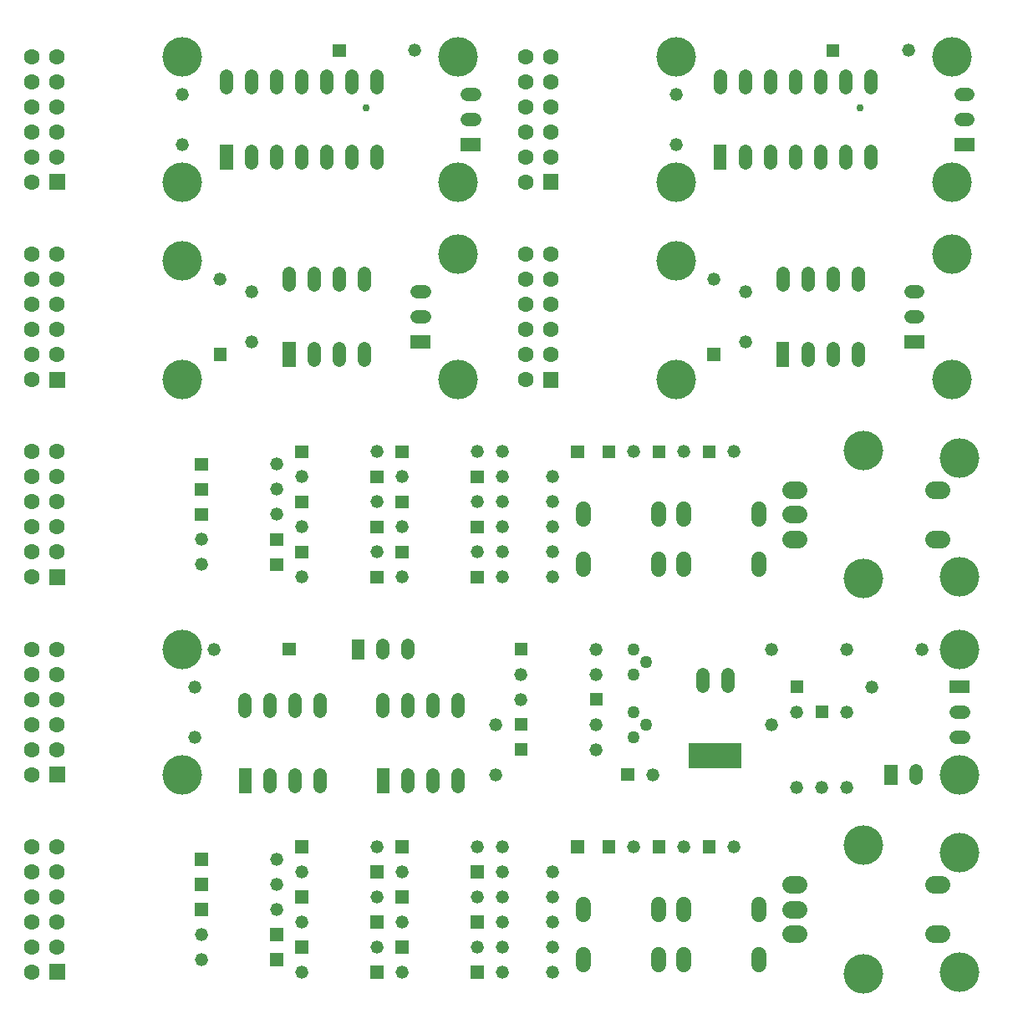
<source format=gts>
%FSLAX24Y24*%
%MOIN*%
%ADD10C,0.0300*%
%ADD11C,0.0500*%
%ADD12C,0.0520*%
%ADD13C,0.0600*%
%ADD14C,0.0630*%
%ADD15C,0.0700*%
%ADD16C,0.1575*%
D10*
G01X14331Y35946D03*
X34016Y35946D03*
D11*
G01X25000Y13374D03*
X25500Y13874D03*
X25000Y14374D03*
X25000Y10874D03*
X25500Y11374D03*
X25000Y11874D03*
D12*
G01X10750Y4000D03*
X10750Y5000D03*
X21750Y4500D03*
X19750Y4500D03*
X18750Y4500D03*
X15750Y3500D03*
X21750Y1500D03*
X19750Y1500D03*
X15750Y1500D03*
X7750Y2000D03*
X18750Y2500D03*
X14750Y2500D03*
X11750Y1500D03*
X21750Y2500D03*
X19750Y2500D03*
X27000Y6500D03*
X18750Y6500D03*
X25000Y6500D03*
X10750Y6000D03*
X29000Y6500D03*
X14750Y6500D03*
X14750Y4500D03*
X21750Y5500D03*
X19750Y5500D03*
X7750Y3000D03*
X21750Y3500D03*
X19750Y3500D03*
X19750Y6500D03*
X11750Y3500D03*
X15750Y5500D03*
X11750Y5500D03*
X23500Y14374D03*
X23500Y13374D03*
X20500Y13374D03*
X27750Y13364D02*
X27750Y12884D01*
X28750Y13364D02*
X28750Y12884D01*
X20500Y12374D03*
X23500Y10374D03*
X23500Y11374D03*
X25750Y9374D03*
X33500Y11874D03*
X33500Y8874D03*
X32500Y8874D03*
X34500Y12874D03*
X30500Y11374D03*
X30500Y14374D03*
X31500Y8874D03*
X31500Y11874D03*
X36500Y14374D03*
X33500Y14374D03*
X38140Y11874D02*
X37860Y11874D01*
X38140Y10874D02*
X37860Y10874D01*
X36250Y9514D02*
X36250Y9234D01*
X16000Y9364D02*
X16000Y8884D01*
X17000Y9364D02*
X17000Y8884D01*
X16000Y12364D02*
X16000Y11884D01*
X17000Y12364D02*
X17000Y11884D01*
X18000Y12364D02*
X18000Y11884D01*
X15000Y12364D02*
X15000Y11884D01*
X18000Y9364D02*
X18000Y8884D01*
X19500Y11374D03*
X19500Y9374D03*
X10500Y12364D02*
X10500Y11884D01*
X11500Y9364D02*
X11500Y8884D01*
X11500Y12364D02*
X11500Y11884D01*
X12500Y9364D02*
X12500Y8884D01*
X10500Y9364D02*
X10500Y8884D01*
X12500Y12364D02*
X12500Y11884D01*
X9500Y12364D02*
X9500Y11884D01*
X7500Y12874D03*
X7500Y10874D03*
X15000Y14514D02*
X15000Y14234D01*
X16000Y14514D02*
X16000Y14234D01*
X8250Y14374D03*
X10750Y19748D03*
X10750Y20748D03*
X21750Y20248D03*
X19750Y20248D03*
X18750Y20248D03*
X15750Y19248D03*
X21750Y17248D03*
X19750Y17248D03*
X15750Y17248D03*
X7750Y17748D03*
X18750Y18248D03*
X14750Y18248D03*
X11750Y17248D03*
X21750Y18248D03*
X19750Y18248D03*
X27000Y22248D03*
X18750Y22248D03*
X25000Y22248D03*
X10750Y21748D03*
X29000Y22248D03*
X14750Y22248D03*
X14750Y20248D03*
X21750Y21248D03*
X19750Y21248D03*
X7750Y18748D03*
X21750Y19248D03*
X19750Y19248D03*
X19750Y22248D03*
X11750Y19248D03*
X15750Y21248D03*
X11750Y21248D03*
X7000Y34496D03*
X7000Y36496D03*
X10750Y34236D02*
X10750Y33756D01*
X12750Y37236D02*
X12750Y36756D01*
X13750Y37236D02*
X13750Y36756D01*
X8750Y37236D02*
X8750Y36756D01*
X9750Y34236D02*
X9750Y33756D01*
X14750Y34236D02*
X14750Y33756D01*
X9750Y37236D02*
X9750Y36756D01*
X12750Y34236D02*
X12750Y33756D01*
X11750Y37236D02*
X11750Y36756D01*
X11750Y34236D02*
X11750Y33756D01*
X10750Y37236D02*
X10750Y36756D01*
X13750Y34236D02*
X13750Y33756D01*
X14750Y37236D02*
X14750Y36756D01*
X16250Y38246D03*
X18360Y36496D02*
X18640Y36496D01*
X18360Y35496D02*
X18640Y35496D01*
X32935Y26362D02*
X32935Y25882D01*
X33935Y26362D02*
X33935Y25882D01*
X33935Y29362D02*
X33935Y28882D01*
X31935Y29362D02*
X31935Y28882D01*
X32935Y29362D02*
X32935Y28882D01*
X30935Y29362D02*
X30935Y28882D01*
X31935Y26362D02*
X31935Y25882D01*
X29435Y28622D03*
X29435Y26622D03*
X28185Y29122D03*
X36045Y27622D02*
X36325Y27622D01*
X36045Y28622D02*
X36325Y28622D01*
X26685Y34496D03*
X26685Y36496D03*
X30435Y34236D02*
X30435Y33756D01*
X32435Y37236D02*
X32435Y36756D01*
X33435Y37236D02*
X33435Y36756D01*
X28435Y37236D02*
X28435Y36756D01*
X29435Y34236D02*
X29435Y33756D01*
X34435Y34236D02*
X34435Y33756D01*
X29435Y37236D02*
X29435Y36756D01*
X32435Y34236D02*
X32435Y33756D01*
X31435Y37236D02*
X31435Y36756D01*
X31435Y34236D02*
X31435Y33756D01*
X30435Y37236D02*
X30435Y36756D01*
X33435Y34236D02*
X33435Y33756D01*
X34435Y37236D02*
X34435Y36756D01*
X35935Y38246D03*
X38045Y36496D02*
X38325Y36496D01*
X38045Y35496D02*
X38325Y35496D01*
X13250Y26362D02*
X13250Y25882D01*
X14250Y26362D02*
X14250Y25882D01*
X14250Y29362D02*
X14250Y28882D01*
X12250Y29362D02*
X12250Y28882D01*
X13250Y29362D02*
X13250Y28882D01*
X11250Y29362D02*
X11250Y28882D01*
X12250Y26362D02*
X12250Y25882D01*
X9750Y28622D03*
X9750Y26622D03*
X8500Y29122D03*
X16360Y27622D02*
X16640Y27622D01*
X16360Y28622D02*
X16640Y28622D01*
D13*
G01X30000Y2200D02*
X30000Y1800D01*
X27000Y2200D02*
X27000Y1800D01*
X27000Y4200D02*
X27000Y3800D01*
X30000Y4200D02*
X30000Y3800D01*
X26000Y2200D02*
X26000Y1800D01*
X23000Y2200D02*
X23000Y1800D01*
X23000Y4200D02*
X23000Y3800D01*
X26000Y4200D02*
X26000Y3800D01*
X30000Y17948D02*
X30000Y17548D01*
X27000Y17948D02*
X27000Y17548D01*
X27000Y19948D02*
X27000Y19548D01*
X30000Y19948D02*
X30000Y19548D01*
X26000Y17948D02*
X26000Y17548D01*
X23000Y17948D02*
X23000Y17548D01*
X23000Y19948D02*
X23000Y19548D01*
X26000Y19948D02*
X26000Y19548D01*
D14*
G01X2000Y5500D03*
X2000Y6500D03*
X2000Y4500D03*
X1000Y6500D03*
X2000Y3500D03*
X1000Y4500D03*
X1000Y3500D03*
X1000Y1500D03*
X1000Y2500D03*
X2000Y2500D03*
X1000Y5500D03*
X2000Y11374D03*
X1000Y14374D03*
X1000Y13374D03*
X2000Y10374D03*
X1000Y10374D03*
X2000Y12374D03*
X2000Y14374D03*
X1000Y12374D03*
X1000Y11374D03*
X2000Y13374D03*
X1000Y9374D03*
X2000Y21248D03*
X2000Y22248D03*
X2000Y20248D03*
X1000Y22248D03*
X2000Y19248D03*
X1000Y20248D03*
X1000Y19248D03*
X1000Y17248D03*
X1000Y18248D03*
X2000Y18248D03*
X1000Y21248D03*
X2000Y34996D03*
X2000Y37996D03*
X1000Y34996D03*
X1000Y32996D03*
X2000Y33996D03*
X2000Y36996D03*
X1000Y33996D03*
X1000Y37996D03*
X1000Y36996D03*
X2000Y35996D03*
X1000Y35996D03*
X21685Y30122D03*
X21685Y29122D03*
X20685Y28122D03*
X20685Y27122D03*
X20685Y29122D03*
X20685Y25122D03*
X20685Y30122D03*
X21685Y26122D03*
X21685Y28122D03*
X21685Y27122D03*
X20685Y26122D03*
X21685Y34996D03*
X21685Y37996D03*
X20685Y34996D03*
X20685Y32996D03*
X21685Y33996D03*
X21685Y36996D03*
X20685Y33996D03*
X20685Y37996D03*
X20685Y36996D03*
X21685Y35996D03*
X20685Y35996D03*
X2000Y30122D03*
X2000Y29122D03*
X1000Y28122D03*
X1000Y27122D03*
X1000Y29122D03*
X1000Y25122D03*
X1000Y30122D03*
X2000Y26122D03*
X2000Y28122D03*
X2000Y27122D03*
X1000Y26122D03*
D15*
G01X31246Y4000D02*
X31546Y4000D01*
X31246Y3016D02*
X31546Y3016D01*
X36954Y3016D02*
X37254Y3016D01*
X36954Y4984D02*
X37254Y4984D01*
X31246Y4984D02*
X31546Y4984D01*
X31246Y19748D02*
X31546Y19748D01*
X31246Y18764D02*
X31546Y18764D01*
X36954Y18764D02*
X37254Y18764D01*
X36954Y20732D02*
X37254Y20732D01*
X31246Y20732D02*
X31546Y20732D01*
D16*
G01X34152Y1441D03*
X34152Y6559D03*
X38000Y1500D03*
X38000Y6250D03*
X7000Y14374D03*
X7000Y9374D03*
X38000Y14374D03*
X38000Y9374D03*
X34152Y17189D03*
X34152Y22307D03*
X38000Y17248D03*
X38000Y21998D03*
X7000Y37996D03*
X7000Y32996D03*
X18000Y32996D03*
X18000Y37996D03*
X37685Y25122D03*
X37685Y30122D03*
X26685Y29872D03*
X26685Y25122D03*
X26685Y37996D03*
X26685Y32996D03*
X37685Y32996D03*
X37685Y37996D03*
X18000Y25122D03*
X18000Y30122D03*
X7000Y29872D03*
X7000Y25122D03*
G36*
X8010Y4260D02*
X7490Y4260D01*
X7490Y3740D01*
X8010Y3740D01*
X8010Y4260D01*
G37*
G36*
X8010Y5260D02*
X7490Y5260D01*
X7490Y4740D01*
X8010Y4740D01*
X8010Y5260D01*
G37*
G36*
X16010Y4760D02*
X15490Y4760D01*
X15490Y4240D01*
X16010Y4240D01*
X16010Y4760D01*
G37*
G36*
X18490Y3240D02*
X19010Y3240D01*
X19010Y3760D01*
X18490Y3760D01*
X18490Y3240D01*
G37*
G36*
X18490Y1240D02*
X19010Y1240D01*
X19010Y1760D01*
X18490Y1760D01*
X18490Y1240D01*
G37*
G36*
X10490Y1740D02*
X11010Y1740D01*
X11010Y2260D01*
X10490Y2260D01*
X10490Y1740D01*
G37*
G36*
X16010Y2760D02*
X15490Y2760D01*
X15490Y2240D01*
X16010Y2240D01*
X16010Y2760D01*
G37*
G36*
X12010Y2760D02*
X11490Y2760D01*
X11490Y2240D01*
X12010Y2240D01*
X12010Y2760D01*
G37*
G36*
X14490Y1240D02*
X15010Y1240D01*
X15010Y1760D01*
X14490Y1760D01*
X14490Y1240D01*
G37*
G36*
X26260Y6760D02*
X25740Y6760D01*
X25740Y6240D01*
X26260Y6240D01*
X26260Y6760D01*
G37*
G36*
X16010Y6760D02*
X15490Y6760D01*
X15490Y6240D01*
X16010Y6240D01*
X16010Y6760D01*
G37*
G36*
X24260Y6760D02*
X23740Y6760D01*
X23740Y6240D01*
X24260Y6240D01*
X24260Y6760D01*
G37*
G36*
X8010Y6260D02*
X7490Y6260D01*
X7490Y5740D01*
X8010Y5740D01*
X8010Y6260D01*
G37*
G36*
X28260Y6760D02*
X27740Y6760D01*
X27740Y6240D01*
X28260Y6240D01*
X28260Y6760D01*
G37*
G36*
X12010Y6760D02*
X11490Y6760D01*
X11490Y6240D01*
X12010Y6240D01*
X12010Y6760D01*
G37*
G36*
X12010Y4760D02*
X11490Y4760D01*
X11490Y4240D01*
X12010Y4240D01*
X12010Y4760D01*
G37*
G36*
X10490Y2740D02*
X11010Y2740D01*
X11010Y3260D01*
X10490Y3260D01*
X10490Y2740D01*
G37*
G36*
X1685Y1815D02*
X1685Y1185D01*
X2315Y1185D01*
X2315Y1815D01*
X1685Y1815D01*
G37*
G36*
X22490Y6240D02*
X23010Y6240D01*
X23010Y6760D01*
X22490Y6760D01*
X22490Y6240D01*
G37*
G36*
X14490Y3240D02*
X15010Y3240D01*
X15010Y3760D01*
X14490Y3760D01*
X14490Y3240D01*
G37*
G36*
X18490Y5240D02*
X19010Y5240D01*
X19010Y5760D01*
X18490Y5760D01*
X18490Y5240D01*
G37*
G36*
X14490Y5240D02*
X15010Y5240D01*
X15010Y5760D01*
X14490Y5760D01*
X14490Y5240D01*
G37*
G36*
X20760Y14634D02*
X20240Y14634D01*
X20240Y14114D01*
X20760Y14114D01*
X20760Y14634D01*
G37*
G36*
X28200Y10624D02*
X28200Y9624D01*
X29300Y9624D01*
X29300Y10624D01*
X28200Y10624D01*
G37*
G36*
X27200Y10624D02*
X27200Y9624D01*
X28300Y9624D01*
X28300Y10624D01*
X27200Y10624D01*
G37*
G36*
X23240Y12114D02*
X23760Y12114D01*
X23760Y12634D01*
X23240Y12634D01*
X23240Y12114D01*
G37*
G36*
X20760Y10634D02*
X20240Y10634D01*
X20240Y10114D01*
X20760Y10114D01*
X20760Y10634D01*
G37*
G36*
X20760Y11634D02*
X20240Y11634D01*
X20240Y11114D01*
X20760Y11114D01*
X20760Y11634D01*
G37*
G36*
X25010Y9634D02*
X24490Y9634D01*
X24490Y9114D01*
X25010Y9114D01*
X25010Y9634D01*
G37*
G36*
X32760Y11614D02*
X32760Y12134D01*
X32240Y12134D01*
X32240Y11614D01*
X32760Y11614D01*
G37*
G36*
X31760Y13134D02*
X31240Y13134D01*
X31240Y12614D01*
X31760Y12614D01*
X31760Y13134D01*
G37*
G36*
X1685Y9689D02*
X1685Y9059D01*
X2315Y9059D01*
X2315Y9689D01*
X1685Y9689D01*
G37*
G36*
X38400Y12614D02*
X38400Y13134D01*
X37600Y13134D01*
X37600Y12614D01*
X38400Y12614D01*
G37*
G36*
X35510Y9774D02*
X34990Y9774D01*
X34990Y8974D01*
X35510Y8974D01*
X35510Y9774D01*
G37*
G36*
X15260Y9624D02*
X14740Y9624D01*
X14740Y8624D01*
X15260Y8624D01*
X15260Y9624D01*
G37*
G36*
X9760Y9624D02*
X9240Y9624D01*
X9240Y8624D01*
X9760Y8624D01*
X9760Y9624D01*
G37*
G36*
X14260Y14774D02*
X13740Y14774D01*
X13740Y13974D01*
X14260Y13974D01*
X14260Y14774D01*
G37*
G36*
X10990Y14114D02*
X11510Y14114D01*
X11510Y14634D01*
X10990Y14634D01*
X10990Y14114D01*
G37*
G36*
X8010Y20008D02*
X7490Y20008D01*
X7490Y19488D01*
X8010Y19488D01*
X8010Y20008D01*
G37*
G36*
X8010Y21008D02*
X7490Y21008D01*
X7490Y20488D01*
X8010Y20488D01*
X8010Y21008D01*
G37*
G36*
X16010Y20508D02*
X15490Y20508D01*
X15490Y19988D01*
X16010Y19988D01*
X16010Y20508D01*
G37*
G36*
X18490Y18988D02*
X19010Y18988D01*
X19010Y19508D01*
X18490Y19508D01*
X18490Y18988D01*
G37*
G36*
X18490Y16988D02*
X19010Y16988D01*
X19010Y17508D01*
X18490Y17508D01*
X18490Y16988D01*
G37*
G36*
X10490Y17488D02*
X11010Y17488D01*
X11010Y18008D01*
X10490Y18008D01*
X10490Y17488D01*
G37*
G36*
X16010Y18508D02*
X15490Y18508D01*
X15490Y17988D01*
X16010Y17988D01*
X16010Y18508D01*
G37*
G36*
X12010Y18508D02*
X11490Y18508D01*
X11490Y17988D01*
X12010Y17988D01*
X12010Y18508D01*
G37*
G36*
X14490Y16988D02*
X15010Y16988D01*
X15010Y17508D01*
X14490Y17508D01*
X14490Y16988D01*
G37*
G36*
X26260Y22508D02*
X25740Y22508D01*
X25740Y21988D01*
X26260Y21988D01*
X26260Y22508D01*
G37*
G36*
X16010Y22508D02*
X15490Y22508D01*
X15490Y21988D01*
X16010Y21988D01*
X16010Y22508D01*
G37*
G36*
X24260Y22508D02*
X23740Y22508D01*
X23740Y21988D01*
X24260Y21988D01*
X24260Y22508D01*
G37*
G36*
X8010Y22008D02*
X7490Y22008D01*
X7490Y21488D01*
X8010Y21488D01*
X8010Y22008D01*
G37*
G36*
X28260Y22508D02*
X27740Y22508D01*
X27740Y21988D01*
X28260Y21988D01*
X28260Y22508D01*
G37*
G36*
X12010Y22508D02*
X11490Y22508D01*
X11490Y21988D01*
X12010Y21988D01*
X12010Y22508D01*
G37*
G36*
X12010Y20508D02*
X11490Y20508D01*
X11490Y19988D01*
X12010Y19988D01*
X12010Y20508D01*
G37*
G36*
X10490Y18488D02*
X11010Y18488D01*
X11010Y19008D01*
X10490Y19008D01*
X10490Y18488D01*
G37*
G36*
X1685Y17563D02*
X1685Y16933D01*
X2315Y16933D01*
X2315Y17563D01*
X1685Y17563D01*
G37*
G36*
X22490Y21988D02*
X23010Y21988D01*
X23010Y22508D01*
X22490Y22508D01*
X22490Y21988D01*
G37*
G36*
X14490Y18988D02*
X15010Y18988D01*
X15010Y19508D01*
X14490Y19508D01*
X14490Y18988D01*
G37*
G36*
X18490Y20988D02*
X19010Y20988D01*
X19010Y21508D01*
X18490Y21508D01*
X18490Y20988D01*
G37*
G36*
X14490Y20988D02*
X15010Y20988D01*
X15010Y21508D01*
X14490Y21508D01*
X14490Y20988D01*
G37*
G36*
X9010Y34496D02*
X8490Y34496D01*
X8490Y33496D01*
X9010Y33496D01*
X9010Y34496D01*
G37*
G36*
X1685Y33311D02*
X1685Y32681D01*
X2315Y32681D01*
X2315Y33311D01*
X1685Y33311D01*
G37*
G36*
X13510Y38506D02*
X12990Y38506D01*
X12990Y37986D01*
X13510Y37986D01*
X13510Y38506D01*
G37*
G36*
X18100Y34756D02*
X18100Y34236D01*
X18900Y34236D01*
X18900Y34756D01*
X18100Y34756D01*
G37*
G36*
X31195Y26622D02*
X30675Y26622D01*
X30675Y25622D01*
X31195Y25622D01*
X31195Y26622D01*
G37*
G36*
X21370Y25437D02*
X21370Y24807D01*
X22000Y24807D01*
X22000Y25437D01*
X21370Y25437D01*
G37*
G36*
X27925Y26382D02*
X27925Y25862D01*
X28445Y25862D01*
X28445Y26382D01*
X27925Y26382D01*
G37*
G36*
X35785Y26882D02*
X35785Y26362D01*
X36585Y26362D01*
X36585Y26882D01*
X35785Y26882D01*
G37*
G36*
X28695Y34496D02*
X28175Y34496D01*
X28175Y33496D01*
X28695Y33496D01*
X28695Y34496D01*
G37*
G36*
X21370Y33311D02*
X21370Y32681D01*
X22000Y32681D01*
X22000Y33311D01*
X21370Y33311D01*
G37*
G36*
X33195Y38506D02*
X32675Y38506D01*
X32675Y37986D01*
X33195Y37986D01*
X33195Y38506D01*
G37*
G36*
X37785Y34756D02*
X37785Y34236D01*
X38585Y34236D01*
X38585Y34756D01*
X37785Y34756D01*
G37*
G36*
X11510Y26622D02*
X10990Y26622D01*
X10990Y25622D01*
X11510Y25622D01*
X11510Y26622D01*
G37*
G36*
X1685Y25437D02*
X1685Y24807D01*
X2315Y24807D01*
X2315Y25437D01*
X1685Y25437D01*
G37*
G36*
X8240Y26382D02*
X8240Y25862D01*
X8760Y25862D01*
X8760Y26382D01*
X8240Y26382D01*
G37*
G36*
X16100Y26882D02*
X16100Y26362D01*
X16900Y26362D01*
X16900Y26882D01*
X16100Y26882D01*
G37*
M02*

</source>
